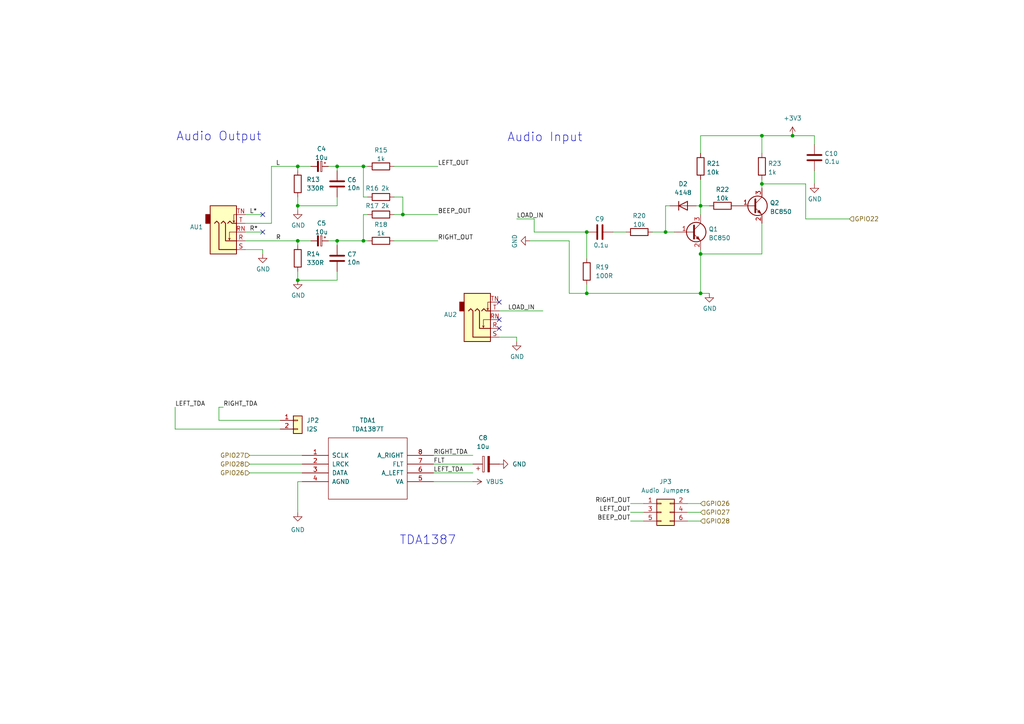
<source format=kicad_sch>
(kicad_sch (version 20231120) (generator "eeschema") (generator_version "8.0")
  (paper "A4")
  (title_block (title "FRANK") (date "2024-12-15") (rev "2.0") (company "Mikhail Matveev") (comment 1 "https://github.com/xtremespb/frank2"))
  (lib_symbols
    (symbol "Connector:AudioJack3_SwitchTR"
      (property "Reference" "J" (at 0 8.89 0))
      (property "Value" "AudioJack3_SwitchTR" (at 0 6.35 0))
      (symbol "AudioJack3_SwitchTR_0_1"
        (rectangle (start -5.08 -5.08) (end -6.35 -7.62) (stroke (width 0.254)) (fill (type outline)))
        (polyline (pts (xy 0.508 -0.254) (xy 0.762 -0.762)))
        (polyline (pts (xy 1.778 -5.334) (xy 2.032 -5.842)))
        (polyline (pts (xy 0 -5.08) (xy 0.635 -5.715) (xy 1.27 -5.08) (xy 2.54 -5.08)) (stroke (width 0.254)))
        (polyline (pts (xy 2.54 -7.62) (xy 1.778 -7.62) (xy 1.778 -5.334) (xy 1.524 -5.842)))
        (polyline (pts (xy 2.54 -2.54) (xy 0.508 -2.54) (xy 0.508 -0.254) (xy 0.254 -0.762)))
        (polyline (pts (xy -1.905 -5.08) (xy -1.27 -5.715) (xy -0.635 -5.08) (xy -0.635 0) (xy 2.54 0)) (stroke (width 0.254)))
        (polyline (pts (xy 2.54 2.54) (xy -2.54 2.54) (xy -2.54 -5.08) (xy -3.175 -5.715) (xy -3.81 -5.08)) (stroke (width 0.254)))
        (rectangle (start 2.54 3.81) (end -5.08 -10.16) (stroke (width 0.254)) (fill (type background)))
      )
      (symbol "AudioJack3_SwitchTR_1_1"
        (pin passive line (at 5.08 0 180) (length 2.54) (name "~") (number "R"))
        (pin passive line (at 5.08 -2.54 180) (length 2.54) (name "~") (number "RN"))
        (pin passive line (at 5.08 2.54 180) (length 2.54) (name "~") (number "S"))
        (pin passive line (at 5.08 -5.08 180) (length 2.54) (name "~") (number "T"))
        (pin passive line (at 5.08 -7.62 180) (length 2.54) (name "~") (number "TN"))
      )
    )
    (symbol "Connector_Generic:Conn_01x02" (pin_names (offset 1.016) hide)
      (property "Reference" "J" (at 0 2.54 0))
      (property "Value" "Conn_01x02" (at 0 -5.08 0))
      (symbol "Conn_01x02_1_1"
        (rectangle (start -1.27 -2.413) (end 0 -2.667) (stroke (width 0.1524)))
        (rectangle (start -1.27 0.127) (end 0 -0.127) (stroke (width 0.1524)))
        (rectangle (start -1.27 1.27) (end 1.27 -3.81) (stroke (width 0.254)) (fill (type background)))
        (pin passive line (at -5.08 0 0) (length 3.81) (name "Pin_1") (number "1"))
        (pin passive line (at -5.08 -2.54 0) (length 3.81) (name "Pin_2") (number "2"))
      )
    )
    (symbol "Connector_Generic:Conn_02x03_Odd_Even" (pin_names (offset 1.016) hide)
      (property "Reference" "J" (at 1.27 5.08 0))
      (property "Value" "Conn_02x03_Odd_Even" (at 1.27 -5.08 0))
      (symbol "Conn_02x03_Odd_Even_1_1"
        (rectangle (start -1.27 -2.413) (end 0 -2.667) (stroke (width 0.1524)))
        (rectangle (start -1.27 0.127) (end 0 -0.127) (stroke (width 0.1524)))
        (rectangle (start -1.27 2.667) (end 0 2.413) (stroke (width 0.1524)))
        (rectangle (start -1.27 3.81) (end 3.81 -3.81) (stroke (width 0.254)) (fill (type background)))
        (rectangle (start 3.81 -2.413) (end 2.54 -2.667) (stroke (width 0.1524)))
        (rectangle (start 3.81 0.127) (end 2.54 -0.127) (stroke (width 0.1524)))
        (rectangle (start 3.81 2.667) (end 2.54 2.413) (stroke (width 0.1524)))
        (pin passive line (at -5.08 2.54 0) (length 3.81) (name "Pin_1") (number "1"))
        (pin passive line (at 7.62 2.54 180) (length 3.81) (name "Pin_2") (number "2"))
        (pin passive line (at -5.08 0 0) (length 3.81) (name "Pin_3") (number "3"))
        (pin passive line (at 7.62 0 180) (length 3.81) (name "Pin_4") (number "4"))
        (pin passive line (at -5.08 -2.54 0) (length 3.81) (name "Pin_5") (number "5"))
        (pin passive line (at 7.62 -2.54 180) (length 3.81) (name "Pin_6") (number "6"))
      )
    )
    (symbol "Device:C" (pin_numbers hide) (pin_names (offset 0.254))
      (property "Reference" "C" (at 0.635 2.54 0))
      (property "Value" "C" (at 0.635 -2.54 0))
      (symbol "C_0_1"
        (polyline (pts (xy -2.032 -0.762) (xy 2.032 -0.762)) (stroke (width 0.508)))
        (polyline (pts (xy -2.032 0.762) (xy 2.032 0.762)) (stroke (width 0.508)))
      )
      (symbol "C_1_1"
        (pin passive line (at 0 3.81 270) (length 2.794) (name "~") (number "1"))
        (pin passive line (at 0 -3.81 90) (length 2.794) (name "~") (number "2"))
      )
    )
    (symbol "Device:C_Polarized" (pin_numbers hide) (pin_names (offset 0.254))
      (property "Reference" "C" (at 0.635 2.54 0))
      (property "Value" "C_Polarized" (at 0.635 -2.54 0))
      (symbol "C_Polarized_0_1"
        (rectangle (start -2.286 0.508) (end 2.286 1.016))
        (polyline (pts (xy -1.778 2.286) (xy -0.762 2.286)))
        (polyline (pts (xy -1.27 2.794) (xy -1.27 1.778)))
        (rectangle (start 2.286 -0.508) (end -2.286 -1.016) (fill (type outline)))
      )
      (symbol "C_Polarized_1_1"
        (pin passive line (at 0 3.81 270) (length 2.794) (name "~") (number "1"))
        (pin passive line (at 0 -3.81 90) (length 2.794) (name "~") (number "2"))
      )
    )
    (symbol "Device:C_Polarized_Small" (pin_numbers hide) (pin_names (offset 0.254) hide)
      (property "Reference" "C" (at 0.254 1.778 0))
      (property "Value" "C_Polarized_Small" (at 0.254 -2.032 0))
      (symbol "C_Polarized_Small_0_1"
        (rectangle (start -1.524 -0.3048) (end 1.524 -0.6858) (fill (type outline)))
        (rectangle (start -1.524 0.6858) (end 1.524 0.3048))
        (polyline (pts (xy -1.27 1.524) (xy -0.762 1.524)))
        (polyline (pts (xy -1.016 1.27) (xy -1.016 1.778)))
      )
      (symbol "C_Polarized_Small_1_1"
        (pin passive line (at 0 2.54 270) (length 1.8542) (name "~") (number "1"))
        (pin passive line (at 0 -2.54 90) (length 1.8542) (name "~") (number "2"))
      )
    )
    (symbol "Device:D" (pin_numbers hide) (pin_names (offset 1.016) hide)
      (property "Reference" "D" (at 0 2.54 0))
      (property "Value" "D" (at 0 -2.54 0))
      (symbol "D_0_1"
        (polyline (pts (xy -1.27 1.27) (xy -1.27 -1.27)) (stroke (width 0.254)))
        (polyline (pts (xy 1.27 0) (xy -1.27 0)))
        (polyline (pts (xy 1.27 1.27) (xy 1.27 -1.27) (xy -1.27 0) (xy 1.27 1.27)) (stroke (width 0.254)))
      )
      (symbol "D_1_1"
        (pin passive line (at -3.81 0 0) (length 2.54) (name "K") (number "1"))
        (pin passive line (at 3.81 0 180) (length 2.54) (name "A") (number "2"))
      )
    )
    (symbol "Device:R" (pin_numbers hide) (pin_names (offset 0))
      (property "Reference" "R" (at 2.032 0 90))
      (property "Value" "R" (at 0 0 90))
      (symbol "R_0_1"
        (rectangle (start -1.016 -2.54) (end 1.016 2.54) (stroke (width 0.254)))
      )
      (symbol "R_1_1"
        (pin passive line (at 0 3.81 270) (length 1.27) (name "~") (number "1"))
        (pin passive line (at 0 -3.81 90) (length 1.27) (name "~") (number "2"))
      )
    )
    (symbol "GND_6" (power) (pin_numbers hide) (pin_names (offset 0) hide)
      (property "Value" "GND" (at 0 -3.81 0))
      (symbol "GND_6_0_1"
        (polyline (pts (xy 0 0) (xy 0 -1.27) (xy 1.27 -1.27) (xy 0 -2.54) (xy -1.27 -1.27) (xy 0 -1.27)))
      )
      (symbol "GND_6_1_1"
        (pin power_in line (at 0 0 270) (length 0) (name "~") (number "1"))
      )
    )
    (symbol "TDA1387T:TDA1387T" (pin_names (offset 1.016))
      (property "Reference" "U" (at 0 -2.54 0))
      (property "Value" "TDA1387T" (at 0 2.54 0))
      (symbol "TDA1387T_1_0"
        (rectangle (start -11.43 -8.89) (end 11.43 8.89))
      )
      (symbol "TDA1387T_1_1"
        (pin input line (at -19.05 3.81 0) (length 7.62) (name "SCLK") (number "1"))
        (pin input line (at -19.05 1.27 0) (length 7.62) (name "LRCK") (number "2"))
        (pin input line (at -19.05 -1.27 0) (length 7.62) (name "DATA") (number "3"))
        (pin input line (at -19.05 -3.81 0) (length 7.62) (name "AGND") (number "4"))
        (pin input line (at 19.05 -3.81 180) (length 7.62) (name "VA") (number "5"))
        (pin input line (at 19.05 -1.27 180) (length 7.62) (name "A_LEFT") (number "6"))
        (pin input line (at 19.05 1.27 180) (length 7.62) (name "FLT") (number "7"))
        (pin input line (at 19.05 3.81 180) (length 7.62) (name "A_RIGHT") (number "8"))
      )
    )
    (symbol "Transistor_BJT:BC850" (pin_names (offset 0) hide)
      (property "Reference" "Q" (at 5.08 1.905 0))
      (property "Value" "BC850" (at 5.08 0 0))
      (symbol "BC850_0_1"
        (polyline (pts (xy 0.635 0.635) (xy 2.54 2.54)))
        (polyline (pts (xy 0.635 -0.635) (xy 2.54 -2.54) (xy 2.54 -2.54)))
        (polyline (pts (xy 0.635 1.905) (xy 0.635 -1.905) (xy 0.635 -1.905)) (stroke (width 0.508)))
        (polyline (pts (xy 1.27 -1.778) (xy 1.778 -1.27) (xy 2.286 -2.286) (xy 1.27 -1.778) (xy 1.27 -1.778)) (fill (type outline)))
        (circle (center 1.27 0) (radius 2.8194) (stroke (width 0.254)))
      )
      (symbol "BC850_1_1"
        (pin input line (at -5.08 0 0) (length 5.715) (name "B") (number "1"))
        (pin passive line (at 2.54 -5.08 90) (length 2.54) (name "E") (number "2"))
        (pin passive line (at 2.54 5.08 270) (length 2.54) (name "C") (number "3"))
      )
    )
    (symbol "power:+3V3" (power) (pin_numbers hide) (pin_names (offset 0) hide)
      (property "Value" "+3V3" (at 0 3.556 0))
      (symbol "+3V3_0_1"
        (polyline (pts (xy -0.762 1.27) (xy 0 2.54)))
        (polyline (pts (xy 0 0) (xy 0 2.54)))
        (polyline (pts (xy 0 2.54) (xy 0.762 1.27)))
      )
      (symbol "+3V3_1_1"
        (pin power_in line (at 0 0 90) (length 0) (name "~") (number "1"))
      )
    )
    (symbol "power:GND" (power) (pin_names (offset 0))
      (property "Value" "GND" (at 0 -3.81 0))
      (symbol "GND_0_1"
        (polyline (pts (xy 0 0) (xy 0 -1.27) (xy 1.27 -1.27) (xy 0 -2.54) (xy -1.27 -1.27) (xy 0 -1.27)))
      )
      (symbol "GND_1_1"
        (pin power_in line (at 0 0 270) (length 0) hide (name "GND") (number "1"))
      )
    )
    (symbol "power:VBUS" (power) (pin_numbers hide) (pin_names (offset 0) hide)
      (property "Value" "VBUS" (at 0 3.556 0))
      (symbol "VBUS_0_1"
        (polyline (pts (xy -0.762 1.27) (xy 0 2.54)))
        (polyline (pts (xy 0 0) (xy 0 2.54)))
        (polyline (pts (xy 0 2.54) (xy 0.762 1.27)))
      )
      (symbol "VBUS_1_1"
        (pin power_in line (at 0 0 90) (length 0) (name "~") (number "1"))
      )
    )
  )
  (junction (at 220.98 39.37))
  (junction (at 86.36 48.26))
  (junction (at 105.41 69.85))
  (junction (at 203.2 85.09))
  (junction (at 220.98 53.34))
  (junction (at 86.36 59.69))
  (junction (at 116.84 62.23))
  (junction (at 86.36 81.28))
  (junction (at 203.2 59.69))
  (junction (at 229.87 39.37))
  (junction (at 203.2 73.66))
  (junction (at 97.79 69.85))
  (junction (at 193.04 67.31))
  (junction (at 86.36 69.85))
  (junction (at 170.18 67.31))
  (junction (at 170.18 85.09))
  (junction (at 105.41 48.26))
  (junction (at 97.79 48.26))
  (no_connect (at 144.78 95.25))
  (no_connect (at 76.2 62.23))
  (no_connect (at 76.2 67.31))
  (no_connect (at 144.78 92.71))
  (no_connect (at 144.78 87.63))
  (wire (pts (xy 97.79 69.85) (xy 105.41 69.85)))
  (wire (pts (xy 201.93 59.69) (xy 203.2 59.69)))
  (wire (pts (xy 97.79 69.85) (xy 95.25 69.85)))
  (wire (pts (xy 97.79 48.26) (xy 105.41 48.26)))
  (wire (pts (xy 149.86 63.5) (xy 154.94 63.5)))
  (wire (pts (xy 203.2 39.37) (xy 220.98 39.37)))
  (wire (pts (xy 78.74 48.26) (xy 86.36 48.26)))
  (wire (pts (xy 72.39 132.08) (xy 87.63 132.08)))
  (wire (pts (xy 170.18 82.55) (xy 170.18 85.09)))
  (wire (pts (xy 106.68 62.23) (xy 105.41 62.23)))
  (wire (pts (xy 182.88 148.59) (xy 186.69 148.59)))
  (wire (pts (xy 233.68 53.34) (xy 233.68 63.5)))
  (wire (pts (xy 154.94 67.31) (xy 170.18 67.31)))
  (wire (pts (xy 50.8 118.11) (xy 50.8 124.46)))
  (wire (pts (xy 170.18 85.09) (xy 203.2 85.09)))
  (wire (pts (xy 97.79 81.28) (xy 86.36 81.28)))
  (wire (pts (xy 236.22 49.53) (xy 236.22 53.34)))
  (wire (pts (xy 149.86 97.79) (xy 149.86 99.06)))
  (wire (pts (xy 71.12 72.39) (xy 76.2 72.39)))
  (wire (pts (xy 86.36 57.15) (xy 86.36 59.69)))
  (wire (pts (xy 233.68 63.5) (xy 246.38 63.5)))
  (wire (pts (xy 105.41 69.85) (xy 106.68 69.85)))
  (wire (pts (xy 97.79 59.69) (xy 86.36 59.69)))
  (wire (pts (xy 97.79 48.26) (xy 95.25 48.26)))
  (wire (pts (xy 177.8 67.31) (xy 181.61 67.31)))
  (wire (pts (xy 71.12 64.77) (xy 78.74 64.77)))
  (wire (pts (xy 125.73 137.16) (xy 137.16 137.16)))
  (wire (pts (xy 220.98 53.34) (xy 233.68 53.34)))
  (wire (pts (xy 154.94 63.5) (xy 154.94 67.31)))
  (wire (pts (xy 71.12 69.85) (xy 86.36 69.85)))
  (wire (pts (xy 194.31 59.69) (xy 193.04 59.69)))
  (wire (pts (xy 72.39 137.16) (xy 87.63 137.16)))
  (wire (pts (xy 193.04 67.31) (xy 195.58 67.31)))
  (wire (pts (xy 203.2 39.37) (xy 203.2 44.45)))
  (wire (pts (xy 203.2 148.59) (xy 199.39 148.59)))
  (wire (pts (xy 105.41 48.26) (xy 106.68 48.26)))
  (wire (pts (xy 90.17 69.85) (xy 86.36 69.85)))
  (wire (pts (xy 50.8 124.46) (xy 81.28 124.46)))
  (wire (pts (xy 182.88 151.13) (xy 186.69 151.13)))
  (wire (pts (xy 203.2 73.66) (xy 203.2 85.09)))
  (wire (pts (xy 116.84 62.23) (xy 114.3 62.23)))
  (wire (pts (xy 220.98 39.37) (xy 229.87 39.37)))
  (wire (pts (xy 189.23 67.31) (xy 193.04 67.31)))
  (wire (pts (xy 170.18 67.31) (xy 170.18 74.93)))
  (wire (pts (xy 182.88 146.05) (xy 186.69 146.05)))
  (wire (pts (xy 220.98 64.77) (xy 220.98 73.66)))
  (wire (pts (xy 97.79 49.53) (xy 97.79 48.26)))
  (wire (pts (xy 236.22 39.37) (xy 236.22 41.91)))
  (wire (pts (xy 220.98 53.34) (xy 220.98 54.61)))
  (wire (pts (xy 144.78 97.79) (xy 149.86 97.79)))
  (wire (pts (xy 97.79 57.15) (xy 97.79 59.69)))
  (wire (pts (xy 153.67 69.85) (xy 165.1 69.85)))
  (wire (pts (xy 106.68 57.15) (xy 105.41 57.15)))
  (wire (pts (xy 125.73 139.7) (xy 137.16 139.7)))
  (wire (pts (xy 86.36 48.26) (xy 86.36 49.53)))
  (wire (pts (xy 86.36 59.69) (xy 86.36 60.96)))
  (wire (pts (xy 203.2 72.39) (xy 203.2 73.66)))
  (wire (pts (xy 203.2 146.05) (xy 199.39 146.05)))
  (wire (pts (xy 125.73 132.08) (xy 137.16 132.08)))
  (wire (pts (xy 63.5 121.92) (xy 81.28 121.92)))
  (wire (pts (xy 114.3 48.26) (xy 127 48.26)))
  (wire (pts (xy 86.36 69.85) (xy 86.36 71.12)))
  (wire (pts (xy 114.3 57.15) (xy 116.84 57.15)))
  (wire (pts (xy 165.1 69.85) (xy 165.1 85.09)))
  (wire (pts (xy 114.3 69.85) (xy 127 69.85)))
  (wire (pts (xy 220.98 39.37) (xy 220.98 44.45)))
  (wire (pts (xy 125.73 134.62) (xy 137.16 134.62)))
  (wire (pts (xy 203.2 151.13) (xy 199.39 151.13)))
  (wire (pts (xy 165.1 85.09) (xy 170.18 85.09)))
  (wire (pts (xy 78.74 48.26) (xy 78.74 64.77)))
  (wire (pts (xy 144.78 90.17) (xy 157.48 90.17)))
  (wire (pts (xy 86.36 78.74) (xy 86.36 81.28)))
  (wire (pts (xy 116.84 62.23) (xy 127 62.23)))
  (wire (pts (xy 116.84 57.15) (xy 116.84 62.23)))
  (wire (pts (xy 193.04 59.69) (xy 193.04 67.31)))
  (wire (pts (xy 97.79 78.74) (xy 97.79 81.28)))
  (wire (pts (xy 203.2 59.69) (xy 205.74 59.69)))
  (wire (pts (xy 76.2 72.39) (xy 76.2 73.66)))
  (wire (pts (xy 90.17 48.26) (xy 86.36 48.26)))
  (wire (pts (xy 203.2 73.66) (xy 220.98 73.66)))
  (wire (pts (xy 71.12 67.31) (xy 76.2 67.31)))
  (wire (pts (xy 97.79 71.12) (xy 97.79 69.85)))
  (wire (pts (xy 87.63 139.7) (xy 86.36 139.7)))
  (wire (pts (xy 63.5 118.11) (xy 63.5 121.92)))
  (wire (pts (xy 203.2 85.09) (xy 205.74 85.09)))
  (wire (pts (xy 71.12 62.23) (xy 76.2 62.23)))
  (wire (pts (xy 72.39 134.62) (xy 87.63 134.62)))
  (wire (pts (xy 229.87 39.37) (xy 236.22 39.37)))
  (wire (pts (xy 64.77 118.11) (xy 63.5 118.11)))
  (wire (pts (xy 105.41 62.23) (xy 105.41 69.85)))
  (wire (pts (xy 86.36 139.7) (xy 86.36 148.59)))
  (wire (pts (xy 220.98 52.07) (xy 220.98 53.34)))
  (wire (pts (xy 105.41 48.26) (xy 105.41 57.15)))
  (wire (pts (xy 203.2 52.07) (xy 203.2 59.69)))
  (wire (pts (xy 203.2 59.69) (xy 203.2 62.23)))
  (text "TDA1387" (at 115.824 158.242 0) (effects (font (size 2.54 2.54)) (justify left bottom)))
  (text "Audio Input" (at 147.066 41.402 0) (effects (font (size 2.54 2.54)) (justify left bottom)))
  (text "Audio Output" (at 51.054 41.148 0) (effects (font (size 2.54 2.54)) (justify left bottom)))
  (label "LEFT_TDA" (at 50.8 118.11 0))
  (label "LEFT_TDA" (at 125.73 137.16 0))
  (label "L" (at 80.01 48.26 0))
  (label "R" (at 80.01 69.85 0))
  (label "L*" (at 72.39 62.23 0))
  (label "LEFT_OUT" (at 127 48.26 0))
  (label "RIGHT_TDA" (at 64.77 118.11 0))
  (label "LOAD_IN" (at 149.86 63.5 0))
  (label "LOAD_IN" (at 147.32 90.17 0))
  (label "BEEP_OUT" (at 127 62.23 0))
  (label "RIGHT_TDA" (at 125.73 132.08 0))
  (label "FLT" (at 125.73 134.62 0))
  (label "R*" (at 72.39 67.31 0))
  (label "RIGHT_OUT" (at 182.88 146.05 180))
  (label "LEFT_OUT" (at 182.88 148.59 180))
  (label "BEEP_OUT" (at 182.88 151.13 180))
  (label "RIGHT_OUT" (at 127 69.85 0))
  (hierarchical_label "GPIO28" (shape input) (at 203.2 151.13 0))
  (hierarchical_label "GPIO27" (shape input) (at 203.2 148.59 0))
  (hierarchical_label "GPIO26" (shape input) (at 72.39 137.16 180))
  (hierarchical_label "GPIO22" (shape input) (at 246.38 63.5 0))
  (hierarchical_label "GPIO27" (shape input) (at 72.39 132.08 180))
  (hierarchical_label "GPIO26" (shape input) (at 203.2 146.05 0))
  (hierarchical_label "GPIO28" (shape input) (at 72.39 134.62 180))
  (symbol (lib_id "power:GND") (at 86.36 148.59 0) (unit 1)
    (property "Reference" "#PWR019" (effects (hide yes)))
    (property "Value" "GND" (at 86.36 153.67 0))
    (property "Description" "Power symbol creates a global label with name \"GND\" , ground" (effects (hide yes)))
  )
  (symbol (lib_id "Device:R") (at 110.49 57.15 90) (unit 1)
    (property "Reference" "R16" (at 107.95 54.61 90))
    (property "Value" "2k" (at 111.76 54.61 90))
    (property "Footprint" "LIBS:Medved_R_0805" (effects (hide yes)))
  )
  (symbol (lib_id "Device:C") (at 173.99 67.31 90) (unit 1)
    (property "Reference" "C9" (at 175.26 63.5 90) (effects (justify left)))
    (property "Value" "0.1u" (at 176.53 71.12 90) (effects (justify left)))
    (property "Footprint" "LIBS:Medved_C_0805" (effects (hide yes)))
  )
  (symbol (lib_id "Connector:AudioJack3_SwitchTR") (at 139.7 95.25 0) (mirror x) (unit 1)
    (property "Reference" "AU2" (at 132.5881 91.2403 0) (effects (justify right)))
    (property "Value" "AUDIO IN" (effects (hide yes)))
    (property "Footprint" "LIBS:Medved_Jack_3.5mm_CUI_SJ1-3535NG_Horizontal" (effects (hide yes)))
  )
  (symbol (lib_id "Device:C_Polarized_Small") (at 92.71 69.85 270) (unit 1)
    (property "Reference" "C5" (at 93.2561 64.7532 90))
    (property "Value" "10u" (at 93.2561 67.2901 90))
    (property "Footprint" "LIBS:Medved_CP_Radial_D5.0mm_P2.50mm" (effects (hide yes)))
  )
  (symbol (lib_id "power:GND") (at 236.22 53.34 0) (unit 1)
    (property "Reference" "#PWR025" (effects (hide yes)))
    (property "Value" "GND" (at 236.347 57.7342 0))
  )
  (symbol (lib_id "Device:C_Polarized") (at 140.97 134.62 90) (unit 1)
    (property "Reference" "C8" (at 140.081 127 90))
    (property "Value" "10u" (at 140.081 129.54 90))
    (property "Footprint" "LIBS:Medved_CP_Radial_D5.0mm_P2.50mm" (effects (hide yes)))
    (property "Description" "Polarized capacitor" (effects (hide yes)))
  )
  (symbol (lib_id "Device:R") (at 110.49 69.85 90) (unit 1)
    (property "Reference" "R18" (at 110.49 65.1342 90))
    (property "Value" "1k" (at 110.49 67.6711 90))
    (property "Footprint" "LIBS:Medved_R_0805" (effects (hide yes)))
  )
  (symbol (lib_id "Device:R") (at 203.2 48.26 0) (unit 1)
    (property "Reference" "R21" (at 204.978 47.4253 0) (effects (justify left)))
    (property "Value" "10k" (at 204.978 49.9622 0) (effects (justify left)))
    (property "Footprint" "LIBS:Medved_R_0805" (effects (hide yes)))
  )
  (symbol (lib_id "Device:R") (at 86.36 74.93 0) (unit 1)
    (property "Reference" "R14" (at 88.9 73.6599 0) (effects (justify left)))
    (property "Value" "330R" (at 88.9 76.1999 0) (effects (justify left)))
    (property "Footprint" "LIBS:Medved_R_0805" (effects (hide yes)))
  )
  (symbol (lib_id "Device:R") (at 110.49 62.23 90) (unit 1)
    (property "Reference" "R17" (at 107.95 59.69 90))
    (property "Value" "2k" (at 111.76 59.69 90))
    (property "Footprint" "LIBS:Medved_R_0805" (effects (hide yes)))
  )
  (symbol (lib_id "power:GND") (at 86.36 60.96 0) (unit 1)
    (property "Reference" "#PWR017" (effects (hide yes)))
    (property "Value" "GND" (at 86.487 65.3542 0))
  )
  (symbol (lib_id "Device:R") (at 110.49 48.26 90) (unit 1)
    (property "Reference" "R15" (at 110.49 43.5442 90))
    (property "Value" "1k" (at 110.49 46.0811 90))
    (property "Footprint" "LIBS:Medved_R_0805" (effects (hide yes)))
  )
  (symbol (lib_id "TDA1387T:TDA1387T") (at 106.68 135.89 0) (unit 1)
    (property "Reference" "TDA1" (at 106.68 121.92 0))
    (property "Value" "TDA1387T" (at 106.68 124.46 0))
    (property "Footprint" "Package_SO:SO-8_5.3x6.2mm_P1.27mm" (effects (hide yes)))
    (property "Datasheet" "DOCUMENTATION" (effects (hide yes)))
  )
  (symbol (lib_name "GND_6") (lib_id "power:GND") (at 144.78 134.62 90) (unit 1)
    (property "Reference" "#PWR021" (effects (hide yes)))
    (property "Value" "GND" (at 148.59 134.6199 90) (effects (justify right)))
    (property "Description" "Power symbol creates a global label with name \"GND\" , ground" (effects (hide yes)))
  )
  (symbol (lib_id "Connector:AudioJack3_SwitchTR") (at 66.04 69.85 0) (mirror x) (unit 1)
    (property "Reference" "AU1" (at 58.9281 65.8403 0) (effects (justify right)))
    (property "Value" "AUDIO OUT" (effects (hide yes)))
    (property "Footprint" "LIBS:Medved_Jack_3.5mm_CUI_SJ1-3535NG_Horizontal" (effects (hide yes)))
  )
  (symbol (lib_id "Connector_Generic:Conn_02x03_Odd_Even") (at 191.77 148.59 0) (unit 1)
    (property "Reference" "JP3" (at 193.04 139.7 0))
    (property "Value" "Audio Jumpers" (at 193.04 142.24 0))
    (property "Footprint" "LIBS:Medved_JMP_2x03" (effects (hide yes)))
    (property "Description" "Generic connector, double row, 02x03, odd/even pin numbering scheme (row 1 odd numbers, row 2 even numbers), script generated (kicad-library-utils/schlib/autogen/connector/)" (effects (hide yes)))
  )
  (symbol (lib_id "power:GND") (at 149.86 99.06 0) (unit 1)
    (property "Reference" "#PWR022" (effects (hide yes)))
    (property "Value" "GND" (at 149.987 103.4542 0))
  )
  (symbol (lib_id "power:VBUS") (at 137.16 139.7 270) (unit 1)
    (property "Reference" "#PWR020" (effects (hide yes)))
    (property "Value" "VBUS" (at 140.97 139.6999 90) (effects (justify left)))
    (property "Description" "Power symbol creates a global label with name \"VBUS\"" (effects (hide yes)))
  )
  (symbol (lib_id "Device:R") (at 170.18 78.74 0) (unit 1)
    (property "Reference" "R19" (at 172.72 77.4699 0) (effects (justify left)))
    (property "Value" "100R" (at 172.72 80.0099 0) (effects (justify left)))
    (property "Footprint" "LIBS:Medved_R_0805" (effects (hide yes)))
  )
  (symbol (lib_id "Connector_Generic:Conn_01x02") (at 86.36 121.92 0) (unit 1)
    (property "Reference" "JP2" (at 88.9 121.9199 0) (effects (justify left)))
    (property "Value" "I2S" (at 88.9 124.4599 0) (effects (justify left)))
    (property "Footprint" "LIBS:Medved_PinHeader_1x02" (effects (hide yes)))
    (property "Description" "Generic connector, single row, 01x02, script generated (kicad-library-utils/schlib/autogen/connector/)" (effects (hide yes)))
  )
  (symbol (lib_id "Transistor_BJT:BC850") (at 200.66 67.31 0) (unit 1)
    (property "Reference" "Q1" (at 205.5114 66.4753 0) (effects (justify left)))
    (property "Value" "BC850" (at 205.5114 69.0122 0) (effects (justify left)))
    (property "Footprint" "Package_TO_SOT_SMD:SOT-23_Handsoldering" (effects (hide yes)))
    (property "Datasheet" "http://www.infineon.com/dgdl/Infineon-BC847SERIES_BC848SERIES_BC849SERIES_BC850SERIES-DS-v01_01-en.pdf?fileId=db3a304314dca389011541d4630a1657" (effects (hide yes)))
  )
  (symbol (lib_id "Device:C") (at 97.79 74.93 0) (unit 1)
    (property "Reference" "C7" (at 100.711 73.7616 0) (effects (justify left)))
    (property "Value" "10n" (at 100.711 76.073 0) (effects (justify left)))
    (property "Footprint" "LIBS:Medved_C_0805" (effects (hide yes)))
  )
  (symbol (lib_id "Device:R") (at 220.98 48.26 0) (unit 1)
    (property "Reference" "R23" (at 222.758 47.4253 0) (effects (justify left)))
    (property "Value" "1k" (at 222.758 49.9622 0) (effects (justify left)))
    (property "Footprint" "LIBS:Medved_R_0805" (effects (hide yes)))
  )
  (symbol (lib_id "Device:C") (at 97.79 53.34 0) (unit 1)
    (property "Reference" "C6" (at 100.711 52.1716 0) (effects (justify left)))
    (property "Value" "10n" (at 100.711 54.483 0) (effects (justify left)))
    (property "Footprint" "LIBS:Medved_C_0805" (effects (hide yes)))
  )
  (symbol (lib_id "Device:C_Polarized_Small") (at 92.71 48.26 270) (unit 1)
    (property "Reference" "C4" (at 93.2561 43.1632 90))
    (property "Value" "10u" (at 93.2561 45.7001 90))
    (property "Footprint" "LIBS:Medved_CP_Radial_D5.0mm_P2.50mm" (effects (hide yes)))
  )
  (symbol (lib_id "Device:D") (at 198.12 59.69 0) (unit 1)
    (property "Reference" "D2" (at 198.12 53.34 0))
    (property "Value" "4148" (at 198.12 55.88 0))
    (property "Footprint" "LIBS:Medved_D_0805" (effects (hide yes)))
  )
  (symbol (lib_id "Device:R") (at 209.55 59.69 90) (unit 1)
    (property "Reference" "R22" (at 209.55 54.9742 90))
    (property "Value" "10k" (at 209.55 57.5111 90))
    (property "Footprint" "LIBS:Medved_R_0805" (effects (hide yes)))
  )
  (symbol (lib_id "power:GND") (at 86.36 81.28 0) (unit 1)
    (property "Reference" "#PWR018" (effects (hide yes)))
    (property "Value" "GND" (at 86.487 85.6742 0))
  )
  (symbol (lib_id "power:GND") (at 205.74 85.09 0) (unit 1)
    (property "Reference" "#PWR024" (effects (hide yes)))
    (property "Value" "GND" (at 205.867 89.4842 0))
  )
  (symbol (lib_id "Device:R") (at 86.36 53.34 0) (unit 1)
    (property "Reference" "R13" (at 88.9 52.0699 0) (effects (justify left)))
    (property "Value" "330R" (at 88.9 54.6099 0) (effects (justify left)))
    (property "Footprint" "LIBS:Medved_R_0805" (effects (hide yes)))
  )
  (symbol (lib_id "Device:R") (at 185.42 67.31 90) (unit 1)
    (property "Reference" "R20" (at 185.42 62.5942 90))
    (property "Value" "10k" (at 185.42 65.1311 90))
    (property "Footprint" "LIBS:Medved_R_0805" (effects (hide yes)))
  )
  (symbol (lib_id "power:+3V3") (at 229.87 39.37 0) (unit 1)
    (property "Reference" "#PWR066" (effects (hide yes)))
    (property "Value" "+3V3" (at 229.87 34.29 0))
    (property "Description" "Power symbol creates a global label with name \"+3V3\"" (effects (hide yes)))
  )
  (symbol (lib_id "Transistor_BJT:BC850") (at 218.44 59.69 0) (unit 1)
    (property "Reference" "Q2" (at 223.2914 58.8553 0) (effects (justify left)))
    (property "Value" "BC850" (at 223.2914 61.3922 0) (effects (justify left)))
    (property "Footprint" "Package_TO_SOT_SMD:SOT-23_Handsoldering" (effects (hide yes)))
    (property "Datasheet" "http://www.infineon.com/dgdl/Infineon-BC847SERIES_BC848SERIES_BC849SERIES_BC850SERIES-DS-v01_01-en.pdf?fileId=db3a304314dca389011541d4630a1657" (effects (hide yes)))
  )
  (symbol (lib_id "Device:C") (at 236.22 45.72 0) (unit 1)
    (property "Reference" "C10" (at 239.141 44.5516 0) (effects (justify left)))
    (property "Value" "0.1u" (at 239.141 46.863 0) (effects (justify left)))
    (property "Footprint" "LIBS:Medved_C_0805" (effects (hide yes)))
  )
  (symbol (lib_id "power:GND") (at 76.2 73.66 0) (unit 1)
    (property "Reference" "#PWR016" (effects (hide yes)))
    (property "Value" "GND" (at 76.327 78.0542 0))
  )
  (symbol (lib_id "power:GND") (at 153.67 69.85 270) (unit 1)
    (property "Reference" "#PWR023" (effects (hide yes)))
    (property "Value" "GND" (at 149.2758 69.977 0))
  )
)
</source>
